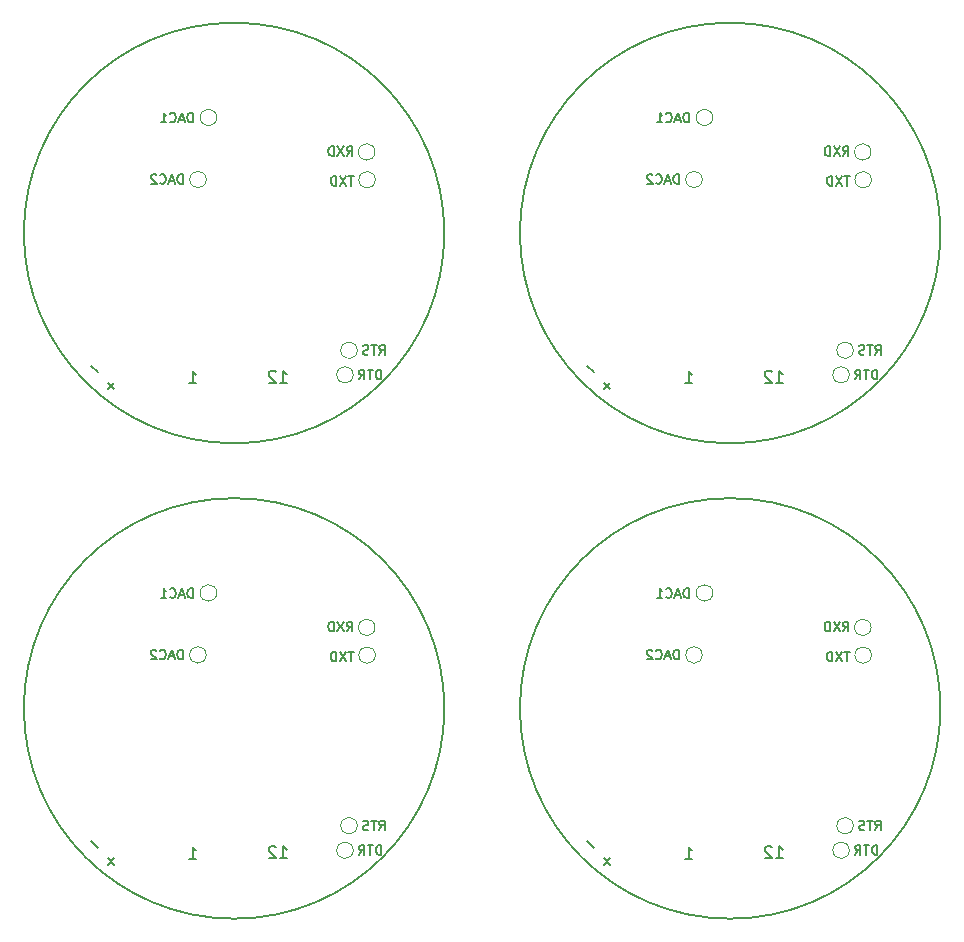
<source format=gbr>
%TF.GenerationSoftware,KiCad,Pcbnew,(6.0.7-1)-1*%
%TF.CreationDate,2022-10-26T11:28:27+01:00*%
%TF.ProjectId,panel,70616e65-6c2e-46b6-9963-61645f706362,rev?*%
%TF.SameCoordinates,Original*%
%TF.FileFunction,Legend,Bot*%
%TF.FilePolarity,Positive*%
%FSLAX46Y46*%
G04 Gerber Fmt 4.6, Leading zero omitted, Abs format (unit mm)*
G04 Created by KiCad (PCBNEW (6.0.7-1)-1) date 2022-10-26 11:28:27*
%MOMM*%
%LPD*%
G01*
G04 APERTURE LIST*
%ADD10C,0.150000*%
%ADD11C,0.120000*%
G04 APERTURE END LIST*
D10*
X61759777Y-45506773D02*
G75*
G03*
X61759777Y-45506773I-17800000J0D01*
G01*
X103759778Y-45506773D02*
G75*
G03*
X103759778Y-45506773I-17800000J0D01*
G01*
X61759777Y-85760332D02*
G75*
G03*
X61759777Y-85760332I-17800000J0D01*
G01*
X103759778Y-85760332D02*
G75*
G03*
X103759778Y-85760332I-17800000J0D01*
G01*
X75826766Y-58722746D02*
X75288018Y-58183998D01*
X75826766Y-58183998D02*
X75288018Y-58722746D01*
X74412552Y-57308532D02*
X73873804Y-56769784D01*
X33826765Y-58722746D02*
X33288017Y-58183998D01*
X33826765Y-58183998D02*
X33288017Y-58722746D01*
X32412551Y-57308532D02*
X31873803Y-56769784D01*
X33826765Y-98976305D02*
X33288017Y-98437557D01*
X33826765Y-98437557D02*
X33288017Y-98976305D01*
X32412551Y-97562091D02*
X31873803Y-97023343D01*
X75826766Y-98976305D02*
X75288018Y-98437557D01*
X75826766Y-98437557D02*
X75288018Y-98976305D01*
X74412552Y-97562091D02*
X73873804Y-97023343D01*
%TO.C,TP1*%
X40463110Y-76402236D02*
X40463110Y-75602236D01*
X40272634Y-75602236D01*
X40158348Y-75640332D01*
X40082157Y-75716522D01*
X40044062Y-75792712D01*
X40005967Y-75945093D01*
X40005967Y-76059379D01*
X40044062Y-76211760D01*
X40082157Y-76287951D01*
X40158348Y-76364141D01*
X40272634Y-76402236D01*
X40463110Y-76402236D01*
X39701205Y-76173665D02*
X39320253Y-76173665D01*
X39777396Y-76402236D02*
X39510729Y-75602236D01*
X39244062Y-76402236D01*
X38520253Y-76326046D02*
X38558348Y-76364141D01*
X38672634Y-76402236D01*
X38748824Y-76402236D01*
X38863110Y-76364141D01*
X38939300Y-76287951D01*
X38977396Y-76211760D01*
X39015491Y-76059379D01*
X39015491Y-75945093D01*
X38977396Y-75792712D01*
X38939300Y-75716522D01*
X38863110Y-75640332D01*
X38748824Y-75602236D01*
X38672634Y-75602236D01*
X38558348Y-75640332D01*
X38520253Y-75678427D01*
X37758348Y-76402236D02*
X38215491Y-76402236D01*
X37986919Y-76402236D02*
X37986919Y-75602236D01*
X38063110Y-75716522D01*
X38139300Y-75792712D01*
X38215491Y-75830808D01*
%TO.C,TP2*%
X81613111Y-81592236D02*
X81613111Y-80792236D01*
X81422635Y-80792236D01*
X81308349Y-80830332D01*
X81232158Y-80906522D01*
X81194063Y-80982712D01*
X81155968Y-81135093D01*
X81155968Y-81249379D01*
X81194063Y-81401760D01*
X81232158Y-81477951D01*
X81308349Y-81554141D01*
X81422635Y-81592236D01*
X81613111Y-81592236D01*
X80851206Y-81363665D02*
X80470254Y-81363665D01*
X80927397Y-81592236D02*
X80660730Y-80792236D01*
X80394063Y-81592236D01*
X79670254Y-81516046D02*
X79708349Y-81554141D01*
X79822635Y-81592236D01*
X79898825Y-81592236D01*
X80013111Y-81554141D01*
X80089301Y-81477951D01*
X80127397Y-81401760D01*
X80165492Y-81249379D01*
X80165492Y-81135093D01*
X80127397Y-80982712D01*
X80089301Y-80906522D01*
X80013111Y-80830332D01*
X79898825Y-80792236D01*
X79822635Y-80792236D01*
X79708349Y-80830332D01*
X79670254Y-80868427D01*
X79365492Y-80868427D02*
X79327397Y-80830332D01*
X79251206Y-80792236D01*
X79060730Y-80792236D01*
X78984539Y-80830332D01*
X78946444Y-80868427D01*
X78908349Y-80944617D01*
X78908349Y-81020808D01*
X78946444Y-81135093D01*
X79403587Y-81592236D01*
X78908349Y-81592236D01*
%TO.C,U5*%
X89850254Y-58178653D02*
X90421682Y-58178653D01*
X90135968Y-58178653D02*
X90135968Y-57178653D01*
X90231206Y-57321511D01*
X90326444Y-57416749D01*
X90421682Y-57464368D01*
X89469301Y-57273892D02*
X89421682Y-57226273D01*
X89326444Y-57178653D01*
X89088349Y-57178653D01*
X88993111Y-57226273D01*
X88945492Y-57273892D01*
X88897873Y-57369130D01*
X88897873Y-57464368D01*
X88945492Y-57607225D01*
X89516920Y-58178653D01*
X88897873Y-58178653D01*
X82174063Y-58228653D02*
X82745492Y-58228653D01*
X82459778Y-58228653D02*
X82459778Y-57228653D01*
X82555016Y-57371511D01*
X82650254Y-57466749D01*
X82745492Y-57514368D01*
%TO.C,TP2*%
X39613110Y-41338677D02*
X39613110Y-40538677D01*
X39422634Y-40538677D01*
X39308348Y-40576773D01*
X39232157Y-40652963D01*
X39194062Y-40729153D01*
X39155967Y-40881534D01*
X39155967Y-40995820D01*
X39194062Y-41148201D01*
X39232157Y-41224392D01*
X39308348Y-41300582D01*
X39422634Y-41338677D01*
X39613110Y-41338677D01*
X38851205Y-41110106D02*
X38470253Y-41110106D01*
X38927396Y-41338677D02*
X38660729Y-40538677D01*
X38394062Y-41338677D01*
X37670253Y-41262487D02*
X37708348Y-41300582D01*
X37822634Y-41338677D01*
X37898824Y-41338677D01*
X38013110Y-41300582D01*
X38089300Y-41224392D01*
X38127396Y-41148201D01*
X38165491Y-40995820D01*
X38165491Y-40881534D01*
X38127396Y-40729153D01*
X38089300Y-40652963D01*
X38013110Y-40576773D01*
X37898824Y-40538677D01*
X37822634Y-40538677D01*
X37708348Y-40576773D01*
X37670253Y-40614868D01*
X37365491Y-40614868D02*
X37327396Y-40576773D01*
X37251205Y-40538677D01*
X37060729Y-40538677D01*
X36984538Y-40576773D01*
X36946443Y-40614868D01*
X36908348Y-40691058D01*
X36908348Y-40767249D01*
X36946443Y-40881534D01*
X37403586Y-41338677D01*
X36908348Y-41338677D01*
%TO.C,TP4*%
X98404063Y-98142236D02*
X98404063Y-97342236D01*
X98213587Y-97342236D01*
X98099301Y-97380332D01*
X98023111Y-97456522D01*
X97985016Y-97532712D01*
X97946920Y-97685093D01*
X97946920Y-97799379D01*
X97985016Y-97951760D01*
X98023111Y-98027951D01*
X98099301Y-98104141D01*
X98213587Y-98142236D01*
X98404063Y-98142236D01*
X97718349Y-97342236D02*
X97261206Y-97342236D01*
X97489778Y-98142236D02*
X97489778Y-97342236D01*
X96537397Y-98142236D02*
X96804063Y-97761284D01*
X96994539Y-98142236D02*
X96994539Y-97342236D01*
X96689778Y-97342236D01*
X96613587Y-97380332D01*
X96575492Y-97418427D01*
X96537397Y-97494617D01*
X96537397Y-97608903D01*
X96575492Y-97685093D01*
X96613587Y-97723189D01*
X96689778Y-97761284D01*
X96994539Y-97761284D01*
%TO.C,TP2*%
X39613110Y-81592236D02*
X39613110Y-80792236D01*
X39422634Y-80792236D01*
X39308348Y-80830332D01*
X39232157Y-80906522D01*
X39194062Y-80982712D01*
X39155967Y-81135093D01*
X39155967Y-81249379D01*
X39194062Y-81401760D01*
X39232157Y-81477951D01*
X39308348Y-81554141D01*
X39422634Y-81592236D01*
X39613110Y-81592236D01*
X38851205Y-81363665D02*
X38470253Y-81363665D01*
X38927396Y-81592236D02*
X38660729Y-80792236D01*
X38394062Y-81592236D01*
X37670253Y-81516046D02*
X37708348Y-81554141D01*
X37822634Y-81592236D01*
X37898824Y-81592236D01*
X38013110Y-81554141D01*
X38089300Y-81477951D01*
X38127396Y-81401760D01*
X38165491Y-81249379D01*
X38165491Y-81135093D01*
X38127396Y-80982712D01*
X38089300Y-80906522D01*
X38013110Y-80830332D01*
X37898824Y-80792236D01*
X37822634Y-80792236D01*
X37708348Y-80830332D01*
X37670253Y-80868427D01*
X37365491Y-80868427D02*
X37327396Y-80830332D01*
X37251205Y-80792236D01*
X37060729Y-80792236D01*
X36984538Y-80830332D01*
X36946443Y-80868427D01*
X36908348Y-80944617D01*
X36908348Y-81020808D01*
X36946443Y-81135093D01*
X37403586Y-81592236D01*
X36908348Y-81592236D01*
%TO.C,TP4*%
X98404063Y-57888677D02*
X98404063Y-57088677D01*
X98213587Y-57088677D01*
X98099301Y-57126773D01*
X98023111Y-57202963D01*
X97985016Y-57279153D01*
X97946920Y-57431534D01*
X97946920Y-57545820D01*
X97985016Y-57698201D01*
X98023111Y-57774392D01*
X98099301Y-57850582D01*
X98213587Y-57888677D01*
X98404063Y-57888677D01*
X97718349Y-57088677D02*
X97261206Y-57088677D01*
X97489778Y-57888677D02*
X97489778Y-57088677D01*
X96537397Y-57888677D02*
X96804063Y-57507725D01*
X96994539Y-57888677D02*
X96994539Y-57088677D01*
X96689778Y-57088677D01*
X96613587Y-57126773D01*
X96575492Y-57164868D01*
X96537397Y-57241058D01*
X96537397Y-57355344D01*
X96575492Y-57431534D01*
X96613587Y-57469630D01*
X96689778Y-57507725D01*
X96994539Y-57507725D01*
%TO.C,TP1*%
X82463111Y-36148677D02*
X82463111Y-35348677D01*
X82272635Y-35348677D01*
X82158349Y-35386773D01*
X82082158Y-35462963D01*
X82044063Y-35539153D01*
X82005968Y-35691534D01*
X82005968Y-35805820D01*
X82044063Y-35958201D01*
X82082158Y-36034392D01*
X82158349Y-36110582D01*
X82272635Y-36148677D01*
X82463111Y-36148677D01*
X81701206Y-35920106D02*
X81320254Y-35920106D01*
X81777397Y-36148677D02*
X81510730Y-35348677D01*
X81244063Y-36148677D01*
X80520254Y-36072487D02*
X80558349Y-36110582D01*
X80672635Y-36148677D01*
X80748825Y-36148677D01*
X80863111Y-36110582D01*
X80939301Y-36034392D01*
X80977397Y-35958201D01*
X81015492Y-35805820D01*
X81015492Y-35691534D01*
X80977397Y-35539153D01*
X80939301Y-35462963D01*
X80863111Y-35386773D01*
X80748825Y-35348677D01*
X80672635Y-35348677D01*
X80558349Y-35386773D01*
X80520254Y-35424868D01*
X79758349Y-36148677D02*
X80215492Y-36148677D01*
X79986920Y-36148677D02*
X79986920Y-35348677D01*
X80063111Y-35462963D01*
X80139301Y-35539153D01*
X80215492Y-35577249D01*
%TO.C,U5*%
X47850253Y-98432212D02*
X48421681Y-98432212D01*
X48135967Y-98432212D02*
X48135967Y-97432212D01*
X48231205Y-97575070D01*
X48326443Y-97670308D01*
X48421681Y-97717927D01*
X47469300Y-97527451D02*
X47421681Y-97479832D01*
X47326443Y-97432212D01*
X47088348Y-97432212D01*
X46993110Y-97479832D01*
X46945491Y-97527451D01*
X46897872Y-97622689D01*
X46897872Y-97717927D01*
X46945491Y-97860784D01*
X47516919Y-98432212D01*
X46897872Y-98432212D01*
X40174062Y-98482212D02*
X40745491Y-98482212D01*
X40459777Y-98482212D02*
X40459777Y-97482212D01*
X40555015Y-97625070D01*
X40650253Y-97720308D01*
X40745491Y-97767927D01*
%TO.C,TP3*%
X56247872Y-55798677D02*
X56514538Y-55417725D01*
X56705015Y-55798677D02*
X56705015Y-54998677D01*
X56400253Y-54998677D01*
X56324062Y-55036773D01*
X56285967Y-55074868D01*
X56247872Y-55151058D01*
X56247872Y-55265344D01*
X56285967Y-55341534D01*
X56324062Y-55379630D01*
X56400253Y-55417725D01*
X56705015Y-55417725D01*
X56019300Y-54998677D02*
X55562157Y-54998677D01*
X55790729Y-55798677D02*
X55790729Y-54998677D01*
X55333586Y-55760582D02*
X55219300Y-55798677D01*
X55028824Y-55798677D01*
X54952634Y-55760582D01*
X54914538Y-55722487D01*
X54876443Y-55646296D01*
X54876443Y-55570106D01*
X54914538Y-55493915D01*
X54952634Y-55455820D01*
X55028824Y-55417725D01*
X55181205Y-55379630D01*
X55257396Y-55341534D01*
X55295491Y-55303439D01*
X55333586Y-55227249D01*
X55333586Y-55151058D01*
X55295491Y-55074868D01*
X55257396Y-55036773D01*
X55181205Y-54998677D01*
X54990729Y-54998677D01*
X54876443Y-55036773D01*
X98247873Y-96052236D02*
X98514539Y-95671284D01*
X98705016Y-96052236D02*
X98705016Y-95252236D01*
X98400254Y-95252236D01*
X98324063Y-95290332D01*
X98285968Y-95328427D01*
X98247873Y-95404617D01*
X98247873Y-95518903D01*
X98285968Y-95595093D01*
X98324063Y-95633189D01*
X98400254Y-95671284D01*
X98705016Y-95671284D01*
X98019301Y-95252236D02*
X97562158Y-95252236D01*
X97790730Y-96052236D02*
X97790730Y-95252236D01*
X97333587Y-96014141D02*
X97219301Y-96052236D01*
X97028825Y-96052236D01*
X96952635Y-96014141D01*
X96914539Y-95976046D01*
X96876444Y-95899855D01*
X96876444Y-95823665D01*
X96914539Y-95747474D01*
X96952635Y-95709379D01*
X97028825Y-95671284D01*
X97181206Y-95633189D01*
X97257397Y-95595093D01*
X97295492Y-95556998D01*
X97333587Y-95480808D01*
X97333587Y-95404617D01*
X97295492Y-95328427D01*
X97257397Y-95290332D01*
X97181206Y-95252236D01*
X96990730Y-95252236D01*
X96876444Y-95290332D01*
%TO.C,TP7*%
X53513110Y-38978677D02*
X53779777Y-38597725D01*
X53970253Y-38978677D02*
X53970253Y-38178677D01*
X53665491Y-38178677D01*
X53589300Y-38216773D01*
X53551205Y-38254868D01*
X53513110Y-38331058D01*
X53513110Y-38445344D01*
X53551205Y-38521534D01*
X53589300Y-38559630D01*
X53665491Y-38597725D01*
X53970253Y-38597725D01*
X53246443Y-38178677D02*
X52713110Y-38978677D01*
X52713110Y-38178677D02*
X53246443Y-38978677D01*
X52408348Y-38978677D02*
X52408348Y-38178677D01*
X52217872Y-38178677D01*
X52103586Y-38216773D01*
X52027396Y-38292963D01*
X51989300Y-38369153D01*
X51951205Y-38521534D01*
X51951205Y-38635820D01*
X51989300Y-38788201D01*
X52027396Y-38864392D01*
X52103586Y-38940582D01*
X52217872Y-38978677D01*
X52408348Y-38978677D01*
%TO.C,TP2*%
X81613111Y-41338677D02*
X81613111Y-40538677D01*
X81422635Y-40538677D01*
X81308349Y-40576773D01*
X81232158Y-40652963D01*
X81194063Y-40729153D01*
X81155968Y-40881534D01*
X81155968Y-40995820D01*
X81194063Y-41148201D01*
X81232158Y-41224392D01*
X81308349Y-41300582D01*
X81422635Y-41338677D01*
X81613111Y-41338677D01*
X80851206Y-41110106D02*
X80470254Y-41110106D01*
X80927397Y-41338677D02*
X80660730Y-40538677D01*
X80394063Y-41338677D01*
X79670254Y-41262487D02*
X79708349Y-41300582D01*
X79822635Y-41338677D01*
X79898825Y-41338677D01*
X80013111Y-41300582D01*
X80089301Y-41224392D01*
X80127397Y-41148201D01*
X80165492Y-40995820D01*
X80165492Y-40881534D01*
X80127397Y-40729153D01*
X80089301Y-40652963D01*
X80013111Y-40576773D01*
X79898825Y-40538677D01*
X79822635Y-40538677D01*
X79708349Y-40576773D01*
X79670254Y-40614868D01*
X79365492Y-40614868D02*
X79327397Y-40576773D01*
X79251206Y-40538677D01*
X79060730Y-40538677D01*
X78984539Y-40576773D01*
X78946444Y-40614868D01*
X78908349Y-40691058D01*
X78908349Y-40767249D01*
X78946444Y-40881534D01*
X79403587Y-41338677D01*
X78908349Y-41338677D01*
%TO.C,TP6*%
X96079301Y-80942236D02*
X95622158Y-80942236D01*
X95850730Y-81742236D02*
X95850730Y-80942236D01*
X95431682Y-80942236D02*
X94898349Y-81742236D01*
X94898349Y-80942236D02*
X95431682Y-81742236D01*
X94593587Y-81742236D02*
X94593587Y-80942236D01*
X94403111Y-80942236D01*
X94288825Y-80980332D01*
X94212635Y-81056522D01*
X94174539Y-81132712D01*
X94136444Y-81285093D01*
X94136444Y-81399379D01*
X94174539Y-81551760D01*
X94212635Y-81627951D01*
X94288825Y-81704141D01*
X94403111Y-81742236D01*
X94593587Y-81742236D01*
%TO.C,TP7*%
X95513111Y-38978677D02*
X95779778Y-38597725D01*
X95970254Y-38978677D02*
X95970254Y-38178677D01*
X95665492Y-38178677D01*
X95589301Y-38216773D01*
X95551206Y-38254868D01*
X95513111Y-38331058D01*
X95513111Y-38445344D01*
X95551206Y-38521534D01*
X95589301Y-38559630D01*
X95665492Y-38597725D01*
X95970254Y-38597725D01*
X95246444Y-38178677D02*
X94713111Y-38978677D01*
X94713111Y-38178677D02*
X95246444Y-38978677D01*
X94408349Y-38978677D02*
X94408349Y-38178677D01*
X94217873Y-38178677D01*
X94103587Y-38216773D01*
X94027397Y-38292963D01*
X93989301Y-38369153D01*
X93951206Y-38521534D01*
X93951206Y-38635820D01*
X93989301Y-38788201D01*
X94027397Y-38864392D01*
X94103587Y-38940582D01*
X94217873Y-38978677D01*
X94408349Y-38978677D01*
X53513110Y-79232236D02*
X53779777Y-78851284D01*
X53970253Y-79232236D02*
X53970253Y-78432236D01*
X53665491Y-78432236D01*
X53589300Y-78470332D01*
X53551205Y-78508427D01*
X53513110Y-78584617D01*
X53513110Y-78698903D01*
X53551205Y-78775093D01*
X53589300Y-78813189D01*
X53665491Y-78851284D01*
X53970253Y-78851284D01*
X53246443Y-78432236D02*
X52713110Y-79232236D01*
X52713110Y-78432236D02*
X53246443Y-79232236D01*
X52408348Y-79232236D02*
X52408348Y-78432236D01*
X52217872Y-78432236D01*
X52103586Y-78470332D01*
X52027396Y-78546522D01*
X51989300Y-78622712D01*
X51951205Y-78775093D01*
X51951205Y-78889379D01*
X51989300Y-79041760D01*
X52027396Y-79117951D01*
X52103586Y-79194141D01*
X52217872Y-79232236D01*
X52408348Y-79232236D01*
%TO.C,TP3*%
X98247873Y-55798677D02*
X98514539Y-55417725D01*
X98705016Y-55798677D02*
X98705016Y-54998677D01*
X98400254Y-54998677D01*
X98324063Y-55036773D01*
X98285968Y-55074868D01*
X98247873Y-55151058D01*
X98247873Y-55265344D01*
X98285968Y-55341534D01*
X98324063Y-55379630D01*
X98400254Y-55417725D01*
X98705016Y-55417725D01*
X98019301Y-54998677D02*
X97562158Y-54998677D01*
X97790730Y-55798677D02*
X97790730Y-54998677D01*
X97333587Y-55760582D02*
X97219301Y-55798677D01*
X97028825Y-55798677D01*
X96952635Y-55760582D01*
X96914539Y-55722487D01*
X96876444Y-55646296D01*
X96876444Y-55570106D01*
X96914539Y-55493915D01*
X96952635Y-55455820D01*
X97028825Y-55417725D01*
X97181206Y-55379630D01*
X97257397Y-55341534D01*
X97295492Y-55303439D01*
X97333587Y-55227249D01*
X97333587Y-55151058D01*
X97295492Y-55074868D01*
X97257397Y-55036773D01*
X97181206Y-54998677D01*
X96990730Y-54998677D01*
X96876444Y-55036773D01*
%TO.C,TP7*%
X95513111Y-79232236D02*
X95779778Y-78851284D01*
X95970254Y-79232236D02*
X95970254Y-78432236D01*
X95665492Y-78432236D01*
X95589301Y-78470332D01*
X95551206Y-78508427D01*
X95513111Y-78584617D01*
X95513111Y-78698903D01*
X95551206Y-78775093D01*
X95589301Y-78813189D01*
X95665492Y-78851284D01*
X95970254Y-78851284D01*
X95246444Y-78432236D02*
X94713111Y-79232236D01*
X94713111Y-78432236D02*
X95246444Y-79232236D01*
X94408349Y-79232236D02*
X94408349Y-78432236D01*
X94217873Y-78432236D01*
X94103587Y-78470332D01*
X94027397Y-78546522D01*
X93989301Y-78622712D01*
X93951206Y-78775093D01*
X93951206Y-78889379D01*
X93989301Y-79041760D01*
X94027397Y-79117951D01*
X94103587Y-79194141D01*
X94217873Y-79232236D01*
X94408349Y-79232236D01*
%TO.C,TP1*%
X40463110Y-36148677D02*
X40463110Y-35348677D01*
X40272634Y-35348677D01*
X40158348Y-35386773D01*
X40082157Y-35462963D01*
X40044062Y-35539153D01*
X40005967Y-35691534D01*
X40005967Y-35805820D01*
X40044062Y-35958201D01*
X40082157Y-36034392D01*
X40158348Y-36110582D01*
X40272634Y-36148677D01*
X40463110Y-36148677D01*
X39701205Y-35920106D02*
X39320253Y-35920106D01*
X39777396Y-36148677D02*
X39510729Y-35348677D01*
X39244062Y-36148677D01*
X38520253Y-36072487D02*
X38558348Y-36110582D01*
X38672634Y-36148677D01*
X38748824Y-36148677D01*
X38863110Y-36110582D01*
X38939300Y-36034392D01*
X38977396Y-35958201D01*
X39015491Y-35805820D01*
X39015491Y-35691534D01*
X38977396Y-35539153D01*
X38939300Y-35462963D01*
X38863110Y-35386773D01*
X38748824Y-35348677D01*
X38672634Y-35348677D01*
X38558348Y-35386773D01*
X38520253Y-35424868D01*
X37758348Y-36148677D02*
X38215491Y-36148677D01*
X37986919Y-36148677D02*
X37986919Y-35348677D01*
X38063110Y-35462963D01*
X38139300Y-35539153D01*
X38215491Y-35577249D01*
%TO.C,TP6*%
X54079300Y-80942236D02*
X53622157Y-80942236D01*
X53850729Y-81742236D02*
X53850729Y-80942236D01*
X53431681Y-80942236D02*
X52898348Y-81742236D01*
X52898348Y-80942236D02*
X53431681Y-81742236D01*
X52593586Y-81742236D02*
X52593586Y-80942236D01*
X52403110Y-80942236D01*
X52288824Y-80980332D01*
X52212634Y-81056522D01*
X52174538Y-81132712D01*
X52136443Y-81285093D01*
X52136443Y-81399379D01*
X52174538Y-81551760D01*
X52212634Y-81627951D01*
X52288824Y-81704141D01*
X52403110Y-81742236D01*
X52593586Y-81742236D01*
%TO.C,TP3*%
X56247872Y-96052236D02*
X56514538Y-95671284D01*
X56705015Y-96052236D02*
X56705015Y-95252236D01*
X56400253Y-95252236D01*
X56324062Y-95290332D01*
X56285967Y-95328427D01*
X56247872Y-95404617D01*
X56247872Y-95518903D01*
X56285967Y-95595093D01*
X56324062Y-95633189D01*
X56400253Y-95671284D01*
X56705015Y-95671284D01*
X56019300Y-95252236D02*
X55562157Y-95252236D01*
X55790729Y-96052236D02*
X55790729Y-95252236D01*
X55333586Y-96014141D02*
X55219300Y-96052236D01*
X55028824Y-96052236D01*
X54952634Y-96014141D01*
X54914538Y-95976046D01*
X54876443Y-95899855D01*
X54876443Y-95823665D01*
X54914538Y-95747474D01*
X54952634Y-95709379D01*
X55028824Y-95671284D01*
X55181205Y-95633189D01*
X55257396Y-95595093D01*
X55295491Y-95556998D01*
X55333586Y-95480808D01*
X55333586Y-95404617D01*
X55295491Y-95328427D01*
X55257396Y-95290332D01*
X55181205Y-95252236D01*
X54990729Y-95252236D01*
X54876443Y-95290332D01*
%TO.C,TP6*%
X96079301Y-40688677D02*
X95622158Y-40688677D01*
X95850730Y-41488677D02*
X95850730Y-40688677D01*
X95431682Y-40688677D02*
X94898349Y-41488677D01*
X94898349Y-40688677D02*
X95431682Y-41488677D01*
X94593587Y-41488677D02*
X94593587Y-40688677D01*
X94403111Y-40688677D01*
X94288825Y-40726773D01*
X94212635Y-40802963D01*
X94174539Y-40879153D01*
X94136444Y-41031534D01*
X94136444Y-41145820D01*
X94174539Y-41298201D01*
X94212635Y-41374392D01*
X94288825Y-41450582D01*
X94403111Y-41488677D01*
X94593587Y-41488677D01*
%TO.C,TP4*%
X56404062Y-98142236D02*
X56404062Y-97342236D01*
X56213586Y-97342236D01*
X56099300Y-97380332D01*
X56023110Y-97456522D01*
X55985015Y-97532712D01*
X55946919Y-97685093D01*
X55946919Y-97799379D01*
X55985015Y-97951760D01*
X56023110Y-98027951D01*
X56099300Y-98104141D01*
X56213586Y-98142236D01*
X56404062Y-98142236D01*
X55718348Y-97342236D02*
X55261205Y-97342236D01*
X55489777Y-98142236D02*
X55489777Y-97342236D01*
X54537396Y-98142236D02*
X54804062Y-97761284D01*
X54994538Y-98142236D02*
X54994538Y-97342236D01*
X54689777Y-97342236D01*
X54613586Y-97380332D01*
X54575491Y-97418427D01*
X54537396Y-97494617D01*
X54537396Y-97608903D01*
X54575491Y-97685093D01*
X54613586Y-97723189D01*
X54689777Y-97761284D01*
X54994538Y-97761284D01*
%TO.C,U5*%
X89850254Y-98432212D02*
X90421682Y-98432212D01*
X90135968Y-98432212D02*
X90135968Y-97432212D01*
X90231206Y-97575070D01*
X90326444Y-97670308D01*
X90421682Y-97717927D01*
X89469301Y-97527451D02*
X89421682Y-97479832D01*
X89326444Y-97432212D01*
X89088349Y-97432212D01*
X88993111Y-97479832D01*
X88945492Y-97527451D01*
X88897873Y-97622689D01*
X88897873Y-97717927D01*
X88945492Y-97860784D01*
X89516920Y-98432212D01*
X88897873Y-98432212D01*
X82174063Y-98482212D02*
X82745492Y-98482212D01*
X82459778Y-98482212D02*
X82459778Y-97482212D01*
X82555016Y-97625070D01*
X82650254Y-97720308D01*
X82745492Y-97767927D01*
X40174062Y-58228653D02*
X40745491Y-58228653D01*
X40459777Y-58228653D02*
X40459777Y-57228653D01*
X40555015Y-57371511D01*
X40650253Y-57466749D01*
X40745491Y-57514368D01*
X47850253Y-58178653D02*
X48421681Y-58178653D01*
X48135967Y-58178653D02*
X48135967Y-57178653D01*
X48231205Y-57321511D01*
X48326443Y-57416749D01*
X48421681Y-57464368D01*
X47469300Y-57273892D02*
X47421681Y-57226273D01*
X47326443Y-57178653D01*
X47088348Y-57178653D01*
X46993110Y-57226273D01*
X46945491Y-57273892D01*
X46897872Y-57369130D01*
X46897872Y-57464368D01*
X46945491Y-57607225D01*
X47516919Y-58178653D01*
X46897872Y-58178653D01*
%TO.C,TP4*%
X56404062Y-57888677D02*
X56404062Y-57088677D01*
X56213586Y-57088677D01*
X56099300Y-57126773D01*
X56023110Y-57202963D01*
X55985015Y-57279153D01*
X55946919Y-57431534D01*
X55946919Y-57545820D01*
X55985015Y-57698201D01*
X56023110Y-57774392D01*
X56099300Y-57850582D01*
X56213586Y-57888677D01*
X56404062Y-57888677D01*
X55718348Y-57088677D02*
X55261205Y-57088677D01*
X55489777Y-57888677D02*
X55489777Y-57088677D01*
X54537396Y-57888677D02*
X54804062Y-57507725D01*
X54994538Y-57888677D02*
X54994538Y-57088677D01*
X54689777Y-57088677D01*
X54613586Y-57126773D01*
X54575491Y-57164868D01*
X54537396Y-57241058D01*
X54537396Y-57355344D01*
X54575491Y-57431534D01*
X54613586Y-57469630D01*
X54689777Y-57507725D01*
X54994538Y-57507725D01*
%TO.C,TP1*%
X82463111Y-76402236D02*
X82463111Y-75602236D01*
X82272635Y-75602236D01*
X82158349Y-75640332D01*
X82082158Y-75716522D01*
X82044063Y-75792712D01*
X82005968Y-75945093D01*
X82005968Y-76059379D01*
X82044063Y-76211760D01*
X82082158Y-76287951D01*
X82158349Y-76364141D01*
X82272635Y-76402236D01*
X82463111Y-76402236D01*
X81701206Y-76173665D02*
X81320254Y-76173665D01*
X81777397Y-76402236D02*
X81510730Y-75602236D01*
X81244063Y-76402236D01*
X80520254Y-76326046D02*
X80558349Y-76364141D01*
X80672635Y-76402236D01*
X80748825Y-76402236D01*
X80863111Y-76364141D01*
X80939301Y-76287951D01*
X80977397Y-76211760D01*
X81015492Y-76059379D01*
X81015492Y-75945093D01*
X80977397Y-75792712D01*
X80939301Y-75716522D01*
X80863111Y-75640332D01*
X80748825Y-75602236D01*
X80672635Y-75602236D01*
X80558349Y-75640332D01*
X80520254Y-75678427D01*
X79758349Y-76402236D02*
X80215492Y-76402236D01*
X79986920Y-76402236D02*
X79986920Y-75602236D01*
X80063111Y-75716522D01*
X80139301Y-75792712D01*
X80215492Y-75830808D01*
%TO.C,TP6*%
X54079300Y-40688677D02*
X53622157Y-40688677D01*
X53850729Y-41488677D02*
X53850729Y-40688677D01*
X53431681Y-40688677D02*
X52898348Y-41488677D01*
X52898348Y-40688677D02*
X53431681Y-41488677D01*
X52593586Y-41488677D02*
X52593586Y-40688677D01*
X52403110Y-40688677D01*
X52288824Y-40726773D01*
X52212634Y-40802963D01*
X52174538Y-40879153D01*
X52136443Y-41031534D01*
X52136443Y-41145820D01*
X52174538Y-41298201D01*
X52212634Y-41374392D01*
X52288824Y-41450582D01*
X52403110Y-41488677D01*
X52593586Y-41488677D01*
D11*
%TO.C,TP1*%
X42489777Y-75980332D02*
G75*
G03*
X42489777Y-75980332I-700000J0D01*
G01*
%TO.C,TP2*%
X83599778Y-81230332D02*
G75*
G03*
X83599778Y-81230332I-700000J0D01*
G01*
X41599777Y-40976773D02*
G75*
G03*
X41599777Y-40976773I-700000J0D01*
G01*
%TO.C,TP4*%
X96049778Y-97770332D02*
G75*
G03*
X96049778Y-97770332I-700000J0D01*
G01*
%TO.C,TP2*%
X41599777Y-81230332D02*
G75*
G03*
X41599777Y-81230332I-700000J0D01*
G01*
%TO.C,TP4*%
X96049778Y-57516773D02*
G75*
G03*
X96049778Y-57516773I-700000J0D01*
G01*
%TO.C,TP1*%
X84489778Y-35726773D02*
G75*
G03*
X84489778Y-35726773I-700000J0D01*
G01*
%TO.C,TP3*%
X54389777Y-55436773D02*
G75*
G03*
X54389777Y-55436773I-700000J0D01*
G01*
X96389778Y-95690332D02*
G75*
G03*
X96389778Y-95690332I-700000J0D01*
G01*
%TO.C,TP7*%
X55889777Y-38646773D02*
G75*
G03*
X55889777Y-38646773I-700000J0D01*
G01*
%TO.C,TP2*%
X83599778Y-40976773D02*
G75*
G03*
X83599778Y-40976773I-700000J0D01*
G01*
%TO.C,TP6*%
X97919778Y-81250332D02*
G75*
G03*
X97919778Y-81250332I-700000J0D01*
G01*
%TO.C,TP7*%
X97889778Y-38646773D02*
G75*
G03*
X97889778Y-38646773I-700000J0D01*
G01*
X55889777Y-78900332D02*
G75*
G03*
X55889777Y-78900332I-700000J0D01*
G01*
%TO.C,TP3*%
X96389778Y-55436773D02*
G75*
G03*
X96389778Y-55436773I-700000J0D01*
G01*
%TO.C,TP7*%
X97889778Y-78900332D02*
G75*
G03*
X97889778Y-78900332I-700000J0D01*
G01*
%TO.C,TP1*%
X42489777Y-35726773D02*
G75*
G03*
X42489777Y-35726773I-700000J0D01*
G01*
%TO.C,TP6*%
X55919777Y-81250332D02*
G75*
G03*
X55919777Y-81250332I-700000J0D01*
G01*
%TO.C,TP3*%
X54389777Y-95690332D02*
G75*
G03*
X54389777Y-95690332I-700000J0D01*
G01*
%TO.C,TP6*%
X97919778Y-40996773D02*
G75*
G03*
X97919778Y-40996773I-700000J0D01*
G01*
%TO.C,TP4*%
X54049777Y-97770332D02*
G75*
G03*
X54049777Y-97770332I-700000J0D01*
G01*
X54049777Y-57516773D02*
G75*
G03*
X54049777Y-57516773I-700000J0D01*
G01*
%TO.C,TP1*%
X84489778Y-75980332D02*
G75*
G03*
X84489778Y-75980332I-700000J0D01*
G01*
%TO.C,TP6*%
X55919777Y-40996773D02*
G75*
G03*
X55919777Y-40996773I-700000J0D01*
G01*
%TD*%
M02*

</source>
